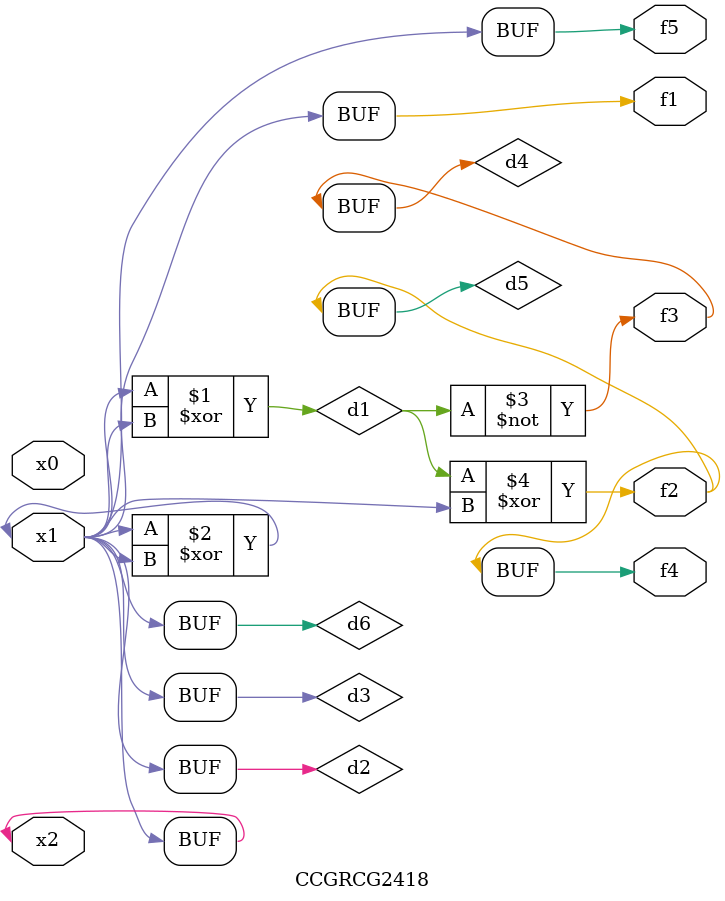
<source format=v>
module CCGRCG2418(
	input x0, x1, x2,
	output f1, f2, f3, f4, f5
);

	wire d1, d2, d3, d4, d5, d6;

	xor (d1, x1, x2);
	buf (d2, x1, x2);
	xor (d3, x1, x2);
	nor (d4, d1);
	xor (d5, d1, d2);
	buf (d6, d2, d3);
	assign f1 = d6;
	assign f2 = d5;
	assign f3 = d4;
	assign f4 = d5;
	assign f5 = d6;
endmodule

</source>
